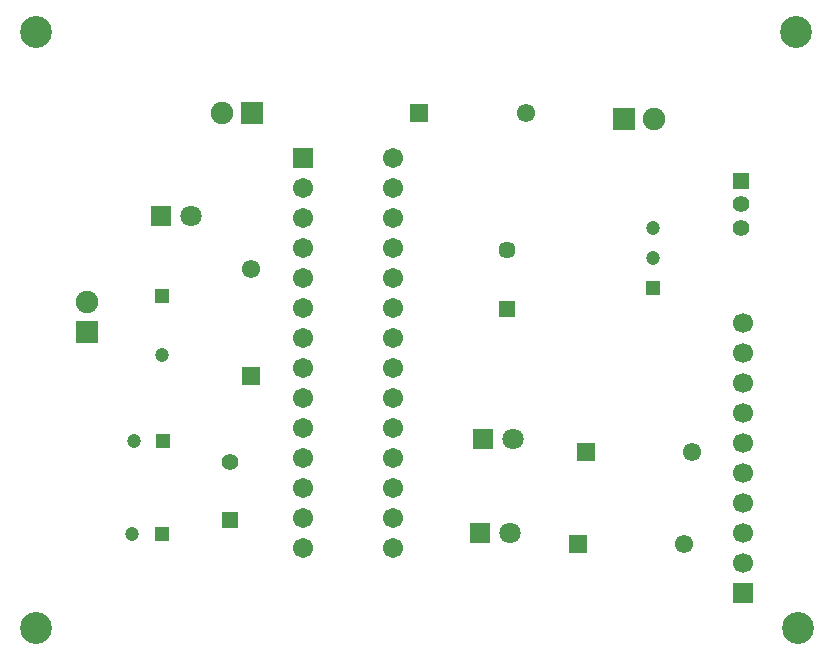
<source format=gts>
G04*
G04 #@! TF.GenerationSoftware,Altium Limited,Altium Designer,22.9.1 (49)*
G04*
G04 Layer_Color=8388736*
%FSLAX44Y44*%
%MOMM*%
G71*
G04*
G04 #@! TF.SameCoordinates,8BA292B5-A8A8-46AB-8795-62B0E452CD41*
G04*
G04*
G04 #@! TF.FilePolarity,Negative*
G04*
G01*
G75*
%ADD15C,1.7000*%
%ADD16R,1.7000X1.7000*%
%ADD17R,1.8032X1.8032*%
%ADD18C,1.8032*%
%ADD19R,1.9032X1.9032*%
%ADD20C,1.9032*%
%ADD21R,1.5532X1.5532*%
%ADD22C,1.5532*%
%ADD23R,1.9032X1.9032*%
%ADD24C,1.3900*%
%ADD25R,1.3900X1.3900*%
%ADD26C,1.7032*%
%ADD27R,1.7032X1.7032*%
%ADD28C,1.2000*%
%ADD29R,1.2000X1.2000*%
%ADD30R,1.5532X1.5532*%
%ADD31R,1.2000X1.2000*%
%ADD32C,1.4500*%
%ADD33R,1.4500X1.4500*%
%ADD34R,1.4032X1.4032*%
%ADD35C,1.4032*%
%ADD36C,2.7032*%
D15*
X618450Y278840D02*
D03*
Y253440D02*
D03*
Y228040D02*
D03*
Y202640D02*
D03*
Y177240D02*
D03*
Y151840D02*
D03*
Y126440D02*
D03*
Y101040D02*
D03*
Y75640D02*
D03*
D16*
Y50240D02*
D03*
D17*
X126300Y369000D02*
D03*
X396300Y101000D02*
D03*
X398300Y180000D02*
D03*
D18*
X151700Y369000D02*
D03*
X421700Y101000D02*
D03*
X423700Y180000D02*
D03*
D19*
X63460Y271220D02*
D03*
D20*
Y296620D02*
D03*
X177760Y456640D02*
D03*
X543520Y451560D02*
D03*
D21*
X344850Y456640D02*
D03*
X479000Y91000D02*
D03*
X485820Y169620D02*
D03*
D22*
X434850Y456640D02*
D03*
X201890Y323840D02*
D03*
X569000Y91000D02*
D03*
X575820Y169620D02*
D03*
D23*
X203160Y456640D02*
D03*
X518120Y451560D02*
D03*
D24*
X617180Y358850D02*
D03*
Y378850D02*
D03*
D25*
Y398850D02*
D03*
D26*
X322540Y88340D02*
D03*
Y113740D02*
D03*
Y139140D02*
D03*
Y164540D02*
D03*
Y189940D02*
D03*
Y215340D02*
D03*
Y240740D02*
D03*
Y266140D02*
D03*
Y291540D02*
D03*
Y316940D02*
D03*
Y342340D02*
D03*
Y367740D02*
D03*
Y393140D02*
D03*
Y418540D02*
D03*
X246340Y88340D02*
D03*
Y113740D02*
D03*
Y139140D02*
D03*
Y164540D02*
D03*
Y189940D02*
D03*
Y215340D02*
D03*
Y240740D02*
D03*
Y266140D02*
D03*
Y291540D02*
D03*
Y316940D02*
D03*
Y342340D02*
D03*
Y367740D02*
D03*
Y393140D02*
D03*
D27*
Y418540D02*
D03*
D28*
X542300Y358850D02*
D03*
Y333450D02*
D03*
X101760Y99770D02*
D03*
X103030Y178510D02*
D03*
X126960Y251300D02*
D03*
D29*
X542300Y308050D02*
D03*
X126760Y99770D02*
D03*
X128030Y178510D02*
D03*
D30*
X201890Y233840D02*
D03*
D31*
X126960Y301300D02*
D03*
D32*
X419060Y340270D02*
D03*
D33*
Y290270D02*
D03*
D34*
X184110Y111930D02*
D03*
D35*
Y160730D02*
D03*
D36*
X665000Y20000D02*
D03*
X20000D02*
D03*
Y525000D02*
D03*
X664000D02*
D03*
M02*

</source>
